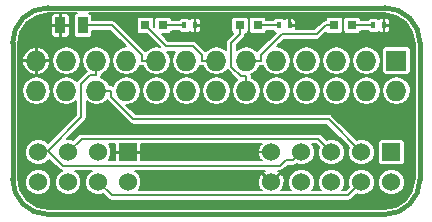
<source format=gtl>
%FSLAX34Y34*%
G04 Gerber Fmt 3.4, Leading zero omitted, Abs format*
G04 (created by PCBNEW (2014-03-19 BZR 4756)-product) date Tue 03 Jun 2014 23:20:07 BST*
%MOIN*%
G01*
G70*
G90*
G04 APERTURE LIST*
%ADD10C,0.005906*%
%ADD11C,0.015000*%
%ADD12R,0.035000X0.055000*%
%ADD13R,0.060000X0.060000*%
%ADD14C,0.060000*%
%ADD15R,0.015700X0.023600*%
%ADD16R,0.031400X0.031400*%
%ADD17R,0.068000X0.068000*%
%ADD18O,0.068000X0.068000*%
%ADD19C,0.008000*%
%ADD20C,0.007087*%
G04 APERTURE END LIST*
G54D10*
G54D11*
X56535Y-39566D02*
X67756Y-39566D01*
X55354Y-45275D02*
X55354Y-40747D01*
X56535Y-46456D02*
X67756Y-46456D01*
X68937Y-45275D02*
X68937Y-40747D01*
X55354Y-45275D02*
G75*
G03X56535Y-46456I1181J0D01*
G74*
G01*
X56535Y-39566D02*
G75*
G03X55354Y-40747I0J-1181D01*
G74*
G01*
X67756Y-46456D02*
G75*
G03X68937Y-45275I0J1181D01*
G74*
G01*
X68937Y-40747D02*
G75*
G03X67756Y-39566I-1181J0D01*
G74*
G01*
G54D12*
X57698Y-40157D03*
X56948Y-40157D03*
G54D13*
X59216Y-44381D03*
G54D14*
X59216Y-45381D03*
X58216Y-44381D03*
X58216Y-45381D03*
X57216Y-44381D03*
X57216Y-45381D03*
X56216Y-44381D03*
X56216Y-45381D03*
G54D15*
X67382Y-40157D03*
X67736Y-40157D03*
X64232Y-40157D03*
X64586Y-40157D03*
X61083Y-40157D03*
X61437Y-40157D03*
G54D16*
X66083Y-40157D03*
X66673Y-40157D03*
X62933Y-40157D03*
X63523Y-40157D03*
X59784Y-40157D03*
X60374Y-40157D03*
G54D17*
X68146Y-41330D03*
G54D18*
X68146Y-42330D03*
X67146Y-41330D03*
X67146Y-42330D03*
X66146Y-41330D03*
X66146Y-42330D03*
X65146Y-41330D03*
X65146Y-42330D03*
X64146Y-41330D03*
X64146Y-42330D03*
X63146Y-41330D03*
X63146Y-42330D03*
X62146Y-41330D03*
X62146Y-42330D03*
X61146Y-41330D03*
X61146Y-42330D03*
X60146Y-41330D03*
X60146Y-42330D03*
X59146Y-41330D03*
X59146Y-42330D03*
X58146Y-41330D03*
X58146Y-42330D03*
X57146Y-41330D03*
X57146Y-42330D03*
X56146Y-41330D03*
X56146Y-42330D03*
G54D13*
X67984Y-44381D03*
G54D14*
X67984Y-45381D03*
X66984Y-44381D03*
X66984Y-45381D03*
X65984Y-44381D03*
X65984Y-45381D03*
X64984Y-44381D03*
X64984Y-45381D03*
X63984Y-44381D03*
X63984Y-45381D03*
G54D19*
X58626Y-42529D02*
X58626Y-42330D01*
X59381Y-43284D02*
X58626Y-42529D01*
X65887Y-43284D02*
X59381Y-43284D01*
X66984Y-44381D02*
X65887Y-43284D01*
X58146Y-42330D02*
X58626Y-42330D01*
X58657Y-45821D02*
X58216Y-45381D01*
X66544Y-45821D02*
X58657Y-45821D01*
X66984Y-45381D02*
X66544Y-45821D01*
X58146Y-41330D02*
X58146Y-41810D01*
X56469Y-44381D02*
X56526Y-44324D01*
X56216Y-44381D02*
X56469Y-44381D01*
X57947Y-41810D02*
X58146Y-41810D01*
X57646Y-42111D02*
X57947Y-41810D01*
X57646Y-43204D02*
X57646Y-42111D01*
X56526Y-44324D02*
X57646Y-43204D01*
X57030Y-44828D02*
X56526Y-44324D01*
X64282Y-44828D02*
X57030Y-44828D01*
X64462Y-44648D02*
X64282Y-44828D01*
X64717Y-44648D02*
X64462Y-44648D01*
X64984Y-44381D02*
X64717Y-44648D01*
X65542Y-43938D02*
X65984Y-44381D01*
X57659Y-43938D02*
X65542Y-43938D01*
X57216Y-44381D02*
X57659Y-43938D01*
X65489Y-40454D02*
X65786Y-40157D01*
X64322Y-40454D02*
X65489Y-40454D01*
X63626Y-41150D02*
X64322Y-40454D01*
X63626Y-41330D02*
X63626Y-41150D01*
X63146Y-41330D02*
X63626Y-41330D01*
X66083Y-40157D02*
X65786Y-40157D01*
X62646Y-40741D02*
X62933Y-40454D01*
X62646Y-41530D02*
X62646Y-40741D01*
X62966Y-41850D02*
X62646Y-41530D01*
X63146Y-41850D02*
X62966Y-41850D01*
X63146Y-42330D02*
X63146Y-41850D01*
X62933Y-40157D02*
X62933Y-40454D01*
X60477Y-40850D02*
X59784Y-40157D01*
X61365Y-40850D02*
X60477Y-40850D01*
X61665Y-41150D02*
X61365Y-40850D01*
X61665Y-41330D02*
X61665Y-41150D01*
X62146Y-41330D02*
X61665Y-41330D01*
X58672Y-40157D02*
X57698Y-40157D01*
X59665Y-41150D02*
X58672Y-40157D01*
X59665Y-41330D02*
X59665Y-41150D01*
X60146Y-41330D02*
X59665Y-41330D01*
X63984Y-44381D02*
X59216Y-44381D01*
X56948Y-40157D02*
X56633Y-40157D01*
X64547Y-39859D02*
X64586Y-39898D01*
X61953Y-39859D02*
X64547Y-39859D01*
X61655Y-40157D02*
X61953Y-39859D01*
X64586Y-40157D02*
X64586Y-39924D01*
X64586Y-39924D02*
X64586Y-39898D01*
X67697Y-39859D02*
X67736Y-39898D01*
X64625Y-39859D02*
X67697Y-39859D01*
X64586Y-39898D02*
X64625Y-39859D01*
X67736Y-40157D02*
X67736Y-39898D01*
X56633Y-40363D02*
X56633Y-40157D01*
X56146Y-40850D02*
X56633Y-40363D01*
X56146Y-41330D02*
X56146Y-40850D01*
X61437Y-40157D02*
X61655Y-40157D01*
X67351Y-40415D02*
X67736Y-40415D01*
X66646Y-41120D02*
X67351Y-40415D01*
X66646Y-43238D02*
X66646Y-41120D01*
X67425Y-44018D02*
X66646Y-43238D01*
X67425Y-44580D02*
X67425Y-44018D01*
X67124Y-44881D02*
X67425Y-44580D01*
X64484Y-44881D02*
X67124Y-44881D01*
X63984Y-45381D02*
X64484Y-44881D01*
X67736Y-40157D02*
X67736Y-40415D01*
X66673Y-40157D02*
X67382Y-40157D01*
X63523Y-40157D02*
X64232Y-40157D01*
X60374Y-40157D02*
X61083Y-40157D01*
G54D10*
G36*
X63669Y-44653D02*
X59650Y-44653D01*
X59650Y-44428D01*
X59617Y-44395D01*
X59230Y-44395D01*
X59230Y-44403D01*
X59203Y-44403D01*
X59203Y-44395D01*
X58816Y-44395D01*
X58783Y-44428D01*
X58783Y-44653D01*
X58560Y-44653D01*
X58585Y-44628D01*
X58652Y-44468D01*
X58652Y-44295D01*
X58586Y-44135D01*
X58565Y-44114D01*
X58783Y-44114D01*
X58783Y-44334D01*
X58816Y-44367D01*
X59203Y-44367D01*
X59203Y-44359D01*
X59230Y-44359D01*
X59230Y-44367D01*
X59617Y-44367D01*
X59650Y-44334D01*
X59650Y-44114D01*
X63659Y-44114D01*
X63618Y-44132D01*
X63551Y-44291D01*
X63550Y-44464D01*
X63614Y-44624D01*
X63618Y-44630D01*
X63669Y-44653D01*
X63669Y-44653D01*
G37*
G54D20*
X63669Y-44653D02*
X59650Y-44653D01*
X59650Y-44428D01*
X59617Y-44395D01*
X59230Y-44395D01*
X59230Y-44403D01*
X59203Y-44403D01*
X59203Y-44395D01*
X58816Y-44395D01*
X58783Y-44428D01*
X58783Y-44653D01*
X58560Y-44653D01*
X58585Y-44628D01*
X58652Y-44468D01*
X58652Y-44295D01*
X58586Y-44135D01*
X58565Y-44114D01*
X58783Y-44114D01*
X58783Y-44334D01*
X58816Y-44367D01*
X59203Y-44367D01*
X59203Y-44359D01*
X59230Y-44359D01*
X59230Y-44367D01*
X59617Y-44367D01*
X59650Y-44334D01*
X59650Y-44114D01*
X63659Y-44114D01*
X63618Y-44132D01*
X63551Y-44291D01*
X63550Y-44464D01*
X63614Y-44624D01*
X63618Y-44630D01*
X63669Y-44653D01*
G54D10*
G36*
X64009Y-44387D02*
X63990Y-44406D01*
X63984Y-44400D01*
X63979Y-44406D01*
X63959Y-44387D01*
X63965Y-44381D01*
X63959Y-44375D01*
X63979Y-44356D01*
X63984Y-44362D01*
X63990Y-44356D01*
X64009Y-44375D01*
X64004Y-44381D01*
X64009Y-44387D01*
X64009Y-44387D01*
G37*
G54D20*
X64009Y-44387D02*
X63990Y-44406D01*
X63984Y-44400D01*
X63979Y-44406D01*
X63959Y-44387D01*
X63965Y-44381D01*
X63959Y-44375D01*
X63979Y-44356D01*
X63984Y-44362D01*
X63990Y-44356D01*
X64009Y-44375D01*
X64004Y-44381D01*
X64009Y-44387D01*
G54D10*
G36*
X68756Y-45257D02*
X68676Y-45656D01*
X68630Y-45725D01*
X68630Y-42330D01*
X68621Y-42283D01*
X68621Y-41697D01*
X68621Y-41643D01*
X68621Y-40963D01*
X68600Y-40913D01*
X68562Y-40875D01*
X68513Y-40854D01*
X68459Y-40854D01*
X67948Y-40854D01*
X67948Y-40301D01*
X67948Y-40248D01*
X67948Y-40204D01*
X67948Y-40109D01*
X67948Y-40065D01*
X67948Y-40012D01*
X67928Y-39963D01*
X67890Y-39925D01*
X67841Y-39905D01*
X67783Y-39905D01*
X67750Y-39938D01*
X67750Y-40143D01*
X67915Y-40143D01*
X67948Y-40109D01*
X67948Y-40204D01*
X67915Y-40170D01*
X67750Y-40170D01*
X67750Y-40375D01*
X67783Y-40408D01*
X67841Y-40408D01*
X67890Y-40388D01*
X67928Y-40350D01*
X67948Y-40301D01*
X67948Y-40854D01*
X67779Y-40854D01*
X67729Y-40875D01*
X67722Y-40882D01*
X67722Y-40375D01*
X67722Y-40170D01*
X67714Y-40170D01*
X67714Y-40143D01*
X67722Y-40143D01*
X67722Y-39938D01*
X67689Y-39905D01*
X67631Y-39905D01*
X67582Y-39925D01*
X67560Y-39947D01*
X67537Y-39924D01*
X67487Y-39903D01*
X67434Y-39903D01*
X67277Y-39903D01*
X67227Y-39924D01*
X67189Y-39962D01*
X67181Y-39981D01*
X66965Y-39981D01*
X66965Y-39973D01*
X66945Y-39923D01*
X66907Y-39885D01*
X66857Y-39864D01*
X66803Y-39864D01*
X66489Y-39864D01*
X66439Y-39885D01*
X66401Y-39923D01*
X66380Y-39973D01*
X66380Y-40027D01*
X66380Y-40341D01*
X66401Y-40390D01*
X66439Y-40428D01*
X66489Y-40449D01*
X66543Y-40449D01*
X66857Y-40449D01*
X66907Y-40428D01*
X66945Y-40390D01*
X66965Y-40341D01*
X66965Y-40332D01*
X67181Y-40332D01*
X67189Y-40351D01*
X67227Y-40389D01*
X67277Y-40410D01*
X67330Y-40410D01*
X67487Y-40410D01*
X67537Y-40389D01*
X67560Y-40367D01*
X67582Y-40388D01*
X67631Y-40408D01*
X67689Y-40408D01*
X67722Y-40375D01*
X67722Y-40882D01*
X67691Y-40913D01*
X67670Y-40963D01*
X67670Y-41017D01*
X67670Y-41697D01*
X67691Y-41747D01*
X67729Y-41785D01*
X67779Y-41805D01*
X67833Y-41805D01*
X68513Y-41805D01*
X68562Y-41785D01*
X68600Y-41747D01*
X68621Y-41697D01*
X68621Y-42283D01*
X68594Y-42148D01*
X68491Y-41994D01*
X68337Y-41891D01*
X68155Y-41854D01*
X68136Y-41854D01*
X67954Y-41891D01*
X67800Y-41994D01*
X67697Y-42148D01*
X67661Y-42330D01*
X67697Y-42512D01*
X67800Y-42666D01*
X67954Y-42769D01*
X68136Y-42805D01*
X68155Y-42805D01*
X68337Y-42769D01*
X68491Y-42666D01*
X68594Y-42512D01*
X68630Y-42330D01*
X68630Y-45725D01*
X68460Y-45979D01*
X68420Y-46006D01*
X68420Y-45295D01*
X68420Y-45295D01*
X68420Y-44708D01*
X68420Y-44654D01*
X68420Y-44054D01*
X68399Y-44004D01*
X68361Y-43966D01*
X68311Y-43946D01*
X68257Y-43946D01*
X67657Y-43946D01*
X67630Y-43957D01*
X67630Y-42330D01*
X67630Y-41330D01*
X67594Y-41148D01*
X67491Y-40994D01*
X67337Y-40891D01*
X67155Y-40854D01*
X67136Y-40854D01*
X66954Y-40891D01*
X66800Y-40994D01*
X66697Y-41148D01*
X66661Y-41330D01*
X66697Y-41512D01*
X66800Y-41666D01*
X66954Y-41769D01*
X67136Y-41805D01*
X67155Y-41805D01*
X67337Y-41769D01*
X67491Y-41666D01*
X67594Y-41512D01*
X67630Y-41330D01*
X67630Y-42330D01*
X67594Y-42148D01*
X67491Y-41994D01*
X67337Y-41891D01*
X67155Y-41854D01*
X67136Y-41854D01*
X66954Y-41891D01*
X66800Y-41994D01*
X66697Y-42148D01*
X66661Y-42330D01*
X66697Y-42512D01*
X66800Y-42666D01*
X66954Y-42769D01*
X67136Y-42805D01*
X67155Y-42805D01*
X67337Y-42769D01*
X67491Y-42666D01*
X67594Y-42512D01*
X67630Y-42330D01*
X67630Y-43957D01*
X67607Y-43966D01*
X67569Y-44004D01*
X67549Y-44054D01*
X67549Y-44108D01*
X67549Y-44708D01*
X67569Y-44758D01*
X67607Y-44796D01*
X67657Y-44816D01*
X67711Y-44816D01*
X68311Y-44816D01*
X68361Y-44796D01*
X68399Y-44758D01*
X68420Y-44708D01*
X68420Y-45295D01*
X68354Y-45135D01*
X68231Y-45012D01*
X68071Y-44946D01*
X67898Y-44945D01*
X67738Y-45012D01*
X67615Y-45134D01*
X67549Y-45294D01*
X67549Y-45467D01*
X67615Y-45627D01*
X67737Y-45750D01*
X67897Y-45816D01*
X68070Y-45817D01*
X68230Y-45750D01*
X68353Y-45628D01*
X68420Y-45468D01*
X68420Y-45295D01*
X68420Y-46006D01*
X68137Y-46195D01*
X67738Y-46275D01*
X67420Y-46275D01*
X67420Y-45295D01*
X67354Y-45135D01*
X67231Y-45012D01*
X67071Y-44946D01*
X66898Y-44945D01*
X66738Y-45012D01*
X66615Y-45134D01*
X66549Y-45294D01*
X66549Y-45467D01*
X66578Y-45539D01*
X66471Y-45646D01*
X66335Y-45646D01*
X66353Y-45628D01*
X66420Y-45468D01*
X66420Y-45295D01*
X66354Y-45135D01*
X66231Y-45012D01*
X66071Y-44946D01*
X65898Y-44945D01*
X65738Y-45012D01*
X65615Y-45134D01*
X65549Y-45294D01*
X65549Y-45467D01*
X65615Y-45627D01*
X65633Y-45646D01*
X65335Y-45646D01*
X65353Y-45628D01*
X65420Y-45468D01*
X65420Y-45295D01*
X65354Y-45135D01*
X65231Y-45012D01*
X65071Y-44946D01*
X64898Y-44945D01*
X64738Y-45012D01*
X64615Y-45134D01*
X64549Y-45294D01*
X64549Y-45467D01*
X64615Y-45627D01*
X64633Y-45646D01*
X64314Y-45646D01*
X64350Y-45630D01*
X64417Y-45471D01*
X64419Y-45298D01*
X64354Y-45138D01*
X64350Y-45132D01*
X64283Y-45102D01*
X64004Y-45381D01*
X64009Y-45387D01*
X63990Y-45406D01*
X63984Y-45400D01*
X63979Y-45406D01*
X63959Y-45387D01*
X63965Y-45381D01*
X63685Y-45102D01*
X63618Y-45132D01*
X63551Y-45291D01*
X63550Y-45464D01*
X63614Y-45624D01*
X63618Y-45630D01*
X63654Y-45646D01*
X59567Y-45646D01*
X59585Y-45628D01*
X59652Y-45468D01*
X59652Y-45295D01*
X59586Y-45135D01*
X59463Y-45012D01*
X59443Y-45004D01*
X63760Y-45004D01*
X63741Y-45011D01*
X63735Y-45015D01*
X63705Y-45082D01*
X63984Y-45362D01*
X64263Y-45082D01*
X64233Y-45015D01*
X64206Y-45004D01*
X64282Y-45004D01*
X64349Y-44990D01*
X64406Y-44952D01*
X64535Y-44824D01*
X64717Y-44824D01*
X64784Y-44810D01*
X64822Y-44785D01*
X64897Y-44816D01*
X65070Y-44817D01*
X65230Y-44750D01*
X65353Y-44628D01*
X65420Y-44468D01*
X65420Y-44295D01*
X65354Y-44135D01*
X65333Y-44114D01*
X65469Y-44114D01*
X65578Y-44223D01*
X65549Y-44294D01*
X65549Y-44467D01*
X65615Y-44627D01*
X65737Y-44750D01*
X65897Y-44816D01*
X66070Y-44817D01*
X66230Y-44750D01*
X66353Y-44628D01*
X66420Y-44468D01*
X66420Y-44295D01*
X66354Y-44135D01*
X66231Y-44012D01*
X66071Y-43946D01*
X65898Y-43945D01*
X65826Y-43975D01*
X65666Y-43814D01*
X65609Y-43776D01*
X65542Y-43763D01*
X57659Y-43763D01*
X57592Y-43776D01*
X57535Y-43814D01*
X57374Y-43975D01*
X57303Y-43946D01*
X57153Y-43946D01*
X57770Y-43328D01*
X57808Y-43272D01*
X57821Y-43204D01*
X57821Y-42680D01*
X57954Y-42769D01*
X58136Y-42805D01*
X58155Y-42805D01*
X58337Y-42769D01*
X58491Y-42666D01*
X58501Y-42651D01*
X58502Y-42653D01*
X59257Y-43408D01*
X59257Y-43408D01*
X59257Y-43408D01*
X59314Y-43446D01*
X59314Y-43446D01*
X59325Y-43448D01*
X59381Y-43460D01*
X59381Y-43460D01*
X59381Y-43460D01*
X65815Y-43460D01*
X66578Y-44223D01*
X66549Y-44294D01*
X66549Y-44467D01*
X66615Y-44627D01*
X66737Y-44750D01*
X66897Y-44816D01*
X67070Y-44817D01*
X67230Y-44750D01*
X67353Y-44628D01*
X67420Y-44468D01*
X67420Y-44295D01*
X67354Y-44135D01*
X67231Y-44012D01*
X67071Y-43946D01*
X66898Y-43945D01*
X66826Y-43975D01*
X66630Y-43779D01*
X66630Y-42330D01*
X66630Y-41330D01*
X66594Y-41148D01*
X66491Y-40994D01*
X66337Y-40891D01*
X66155Y-40854D01*
X66136Y-40854D01*
X65954Y-40891D01*
X65800Y-40994D01*
X65697Y-41148D01*
X65661Y-41330D01*
X65697Y-41512D01*
X65800Y-41666D01*
X65954Y-41769D01*
X66136Y-41805D01*
X66155Y-41805D01*
X66337Y-41769D01*
X66491Y-41666D01*
X66594Y-41512D01*
X66630Y-41330D01*
X66630Y-42330D01*
X66594Y-42148D01*
X66491Y-41994D01*
X66337Y-41891D01*
X66155Y-41854D01*
X66136Y-41854D01*
X65954Y-41891D01*
X65800Y-41994D01*
X65697Y-42148D01*
X65661Y-42330D01*
X65697Y-42512D01*
X65800Y-42666D01*
X65954Y-42769D01*
X66136Y-42805D01*
X66155Y-42805D01*
X66337Y-42769D01*
X66491Y-42666D01*
X66594Y-42512D01*
X66630Y-42330D01*
X66630Y-43779D01*
X66011Y-43160D01*
X65954Y-43122D01*
X65887Y-43109D01*
X65630Y-43109D01*
X65630Y-42330D01*
X65630Y-41330D01*
X65594Y-41148D01*
X65491Y-40994D01*
X65337Y-40891D01*
X65155Y-40854D01*
X65136Y-40854D01*
X64954Y-40891D01*
X64800Y-40994D01*
X64697Y-41148D01*
X64661Y-41330D01*
X64697Y-41512D01*
X64800Y-41666D01*
X64954Y-41769D01*
X65136Y-41805D01*
X65155Y-41805D01*
X65337Y-41769D01*
X65491Y-41666D01*
X65594Y-41512D01*
X65630Y-41330D01*
X65630Y-42330D01*
X65594Y-42148D01*
X65491Y-41994D01*
X65337Y-41891D01*
X65155Y-41854D01*
X65136Y-41854D01*
X64954Y-41891D01*
X64800Y-41994D01*
X64697Y-42148D01*
X64661Y-42330D01*
X64697Y-42512D01*
X64800Y-42666D01*
X64954Y-42769D01*
X65136Y-42805D01*
X65155Y-42805D01*
X65337Y-42769D01*
X65491Y-42666D01*
X65594Y-42512D01*
X65630Y-42330D01*
X65630Y-43109D01*
X64630Y-43109D01*
X64630Y-42330D01*
X64594Y-42148D01*
X64491Y-41994D01*
X64337Y-41891D01*
X64155Y-41854D01*
X64136Y-41854D01*
X63954Y-41891D01*
X63800Y-41994D01*
X63697Y-42148D01*
X63661Y-42330D01*
X63697Y-42512D01*
X63800Y-42666D01*
X63954Y-42769D01*
X64136Y-42805D01*
X64155Y-42805D01*
X64337Y-42769D01*
X64491Y-42666D01*
X64594Y-42512D01*
X64630Y-42330D01*
X64630Y-43109D01*
X62630Y-43109D01*
X62630Y-42330D01*
X62594Y-42148D01*
X62491Y-41994D01*
X62337Y-41891D01*
X62155Y-41854D01*
X62136Y-41854D01*
X61954Y-41891D01*
X61800Y-41994D01*
X61697Y-42148D01*
X61661Y-42330D01*
X61697Y-42512D01*
X61800Y-42666D01*
X61954Y-42769D01*
X62136Y-42805D01*
X62155Y-42805D01*
X62337Y-42769D01*
X62491Y-42666D01*
X62594Y-42512D01*
X62630Y-42330D01*
X62630Y-43109D01*
X61630Y-43109D01*
X61630Y-42330D01*
X61594Y-42148D01*
X61491Y-41994D01*
X61337Y-41891D01*
X61155Y-41854D01*
X61136Y-41854D01*
X60954Y-41891D01*
X60800Y-41994D01*
X60697Y-42148D01*
X60661Y-42330D01*
X60697Y-42512D01*
X60800Y-42666D01*
X60954Y-42769D01*
X61136Y-42805D01*
X61155Y-42805D01*
X61337Y-42769D01*
X61491Y-42666D01*
X61594Y-42512D01*
X61630Y-42330D01*
X61630Y-43109D01*
X60630Y-43109D01*
X60630Y-42330D01*
X60594Y-42148D01*
X60491Y-41994D01*
X60337Y-41891D01*
X60155Y-41854D01*
X60136Y-41854D01*
X59954Y-41891D01*
X59800Y-41994D01*
X59697Y-42148D01*
X59661Y-42330D01*
X59697Y-42512D01*
X59800Y-42666D01*
X59954Y-42769D01*
X60136Y-42805D01*
X60155Y-42805D01*
X60337Y-42769D01*
X60491Y-42666D01*
X60594Y-42512D01*
X60630Y-42330D01*
X60630Y-43109D01*
X59454Y-43109D01*
X59150Y-42805D01*
X59155Y-42805D01*
X59337Y-42769D01*
X59491Y-42666D01*
X59594Y-42512D01*
X59630Y-42330D01*
X59594Y-42148D01*
X59491Y-41994D01*
X59337Y-41891D01*
X59155Y-41854D01*
X59136Y-41854D01*
X58954Y-41891D01*
X58800Y-41994D01*
X58697Y-42148D01*
X58693Y-42168D01*
X58693Y-42168D01*
X58626Y-42154D01*
X58595Y-42154D01*
X58594Y-42148D01*
X58491Y-41994D01*
X58337Y-41891D01*
X58303Y-41884D01*
X58308Y-41877D01*
X58321Y-41810D01*
X58321Y-41772D01*
X58337Y-41769D01*
X58491Y-41666D01*
X58594Y-41512D01*
X58630Y-41330D01*
X58594Y-41148D01*
X58491Y-40994D01*
X58337Y-40891D01*
X58155Y-40854D01*
X58136Y-40854D01*
X57954Y-40891D01*
X57800Y-40994D01*
X57697Y-41148D01*
X57661Y-41330D01*
X57697Y-41512D01*
X57800Y-41666D01*
X57826Y-41683D01*
X57823Y-41686D01*
X57630Y-41878D01*
X57630Y-41330D01*
X57594Y-41148D01*
X57491Y-40994D01*
X57337Y-40891D01*
X57257Y-40875D01*
X57257Y-40458D01*
X57257Y-40405D01*
X57257Y-40204D01*
X57257Y-40109D01*
X57257Y-39908D01*
X57257Y-39855D01*
X57236Y-39806D01*
X57199Y-39768D01*
X57149Y-39748D01*
X56995Y-39748D01*
X56962Y-39781D01*
X56962Y-40143D01*
X57223Y-40143D01*
X57257Y-40109D01*
X57257Y-40204D01*
X57223Y-40170D01*
X56962Y-40170D01*
X56962Y-40532D01*
X56995Y-40565D01*
X57149Y-40565D01*
X57199Y-40545D01*
X57236Y-40507D01*
X57257Y-40458D01*
X57257Y-40875D01*
X57155Y-40854D01*
X57136Y-40854D01*
X56954Y-40891D01*
X56934Y-40904D01*
X56934Y-40532D01*
X56934Y-40170D01*
X56934Y-40143D01*
X56934Y-39781D01*
X56900Y-39748D01*
X56746Y-39748D01*
X56697Y-39768D01*
X56659Y-39806D01*
X56639Y-39855D01*
X56639Y-39908D01*
X56639Y-40109D01*
X56672Y-40143D01*
X56934Y-40143D01*
X56934Y-40170D01*
X56672Y-40170D01*
X56639Y-40204D01*
X56639Y-40405D01*
X56639Y-40458D01*
X56659Y-40507D01*
X56697Y-40545D01*
X56746Y-40565D01*
X56900Y-40565D01*
X56934Y-40532D01*
X56934Y-40904D01*
X56800Y-40994D01*
X56697Y-41148D01*
X56661Y-41330D01*
X56697Y-41512D01*
X56800Y-41666D01*
X56954Y-41769D01*
X57136Y-41805D01*
X57155Y-41805D01*
X57337Y-41769D01*
X57491Y-41666D01*
X57594Y-41512D01*
X57630Y-41330D01*
X57630Y-41878D01*
X57522Y-41987D01*
X57504Y-42013D01*
X57491Y-41994D01*
X57337Y-41891D01*
X57155Y-41854D01*
X57136Y-41854D01*
X56954Y-41891D01*
X56800Y-41994D01*
X56697Y-42148D01*
X56661Y-42330D01*
X56697Y-42512D01*
X56800Y-42666D01*
X56954Y-42769D01*
X57136Y-42805D01*
X57155Y-42805D01*
X57337Y-42769D01*
X57470Y-42680D01*
X57470Y-43132D01*
X56630Y-43972D01*
X56630Y-42330D01*
X56611Y-42234D01*
X56611Y-41418D01*
X56611Y-41242D01*
X56609Y-41233D01*
X56537Y-41063D01*
X56405Y-40933D01*
X56233Y-40864D01*
X56159Y-40890D01*
X56159Y-41316D01*
X56586Y-41316D01*
X56611Y-41242D01*
X56611Y-41418D01*
X56586Y-41344D01*
X56159Y-41344D01*
X56159Y-41770D01*
X56233Y-41795D01*
X56405Y-41726D01*
X56537Y-41597D01*
X56609Y-41427D01*
X56611Y-41418D01*
X56611Y-42234D01*
X56594Y-42148D01*
X56491Y-41994D01*
X56337Y-41891D01*
X56155Y-41854D01*
X56136Y-41854D01*
X56132Y-41855D01*
X56132Y-41770D01*
X56132Y-41344D01*
X56132Y-41316D01*
X56132Y-40890D01*
X56058Y-40864D01*
X55886Y-40933D01*
X55754Y-41063D01*
X55682Y-41233D01*
X55680Y-41242D01*
X55705Y-41316D01*
X56132Y-41316D01*
X56132Y-41344D01*
X55705Y-41344D01*
X55680Y-41418D01*
X55682Y-41427D01*
X55754Y-41597D01*
X55886Y-41726D01*
X56058Y-41795D01*
X56132Y-41770D01*
X56132Y-41855D01*
X55954Y-41891D01*
X55800Y-41994D01*
X55697Y-42148D01*
X55661Y-42330D01*
X55697Y-42512D01*
X55800Y-42666D01*
X55954Y-42769D01*
X56136Y-42805D01*
X56155Y-42805D01*
X56337Y-42769D01*
X56491Y-42666D01*
X56594Y-42512D01*
X56630Y-42330D01*
X56630Y-43972D01*
X56527Y-44075D01*
X56463Y-44012D01*
X56303Y-43946D01*
X56130Y-43945D01*
X55970Y-44012D01*
X55848Y-44134D01*
X55781Y-44294D01*
X55781Y-44467D01*
X55847Y-44627D01*
X55969Y-44750D01*
X56129Y-44816D01*
X56303Y-44817D01*
X56463Y-44750D01*
X56584Y-44630D01*
X56906Y-44952D01*
X56906Y-44952D01*
X56906Y-44952D01*
X56939Y-44974D01*
X56963Y-44990D01*
X56963Y-44990D01*
X56963Y-44990D01*
X56998Y-44997D01*
X57003Y-44998D01*
X56970Y-45012D01*
X56848Y-45134D01*
X56781Y-45294D01*
X56781Y-45467D01*
X56847Y-45627D01*
X56969Y-45750D01*
X57129Y-45816D01*
X57303Y-45817D01*
X57463Y-45750D01*
X57585Y-45628D01*
X57652Y-45468D01*
X57652Y-45295D01*
X57586Y-45135D01*
X57463Y-45012D01*
X57443Y-45004D01*
X57989Y-45004D01*
X57970Y-45012D01*
X57848Y-45134D01*
X57781Y-45294D01*
X57781Y-45467D01*
X57847Y-45627D01*
X57969Y-45750D01*
X58129Y-45816D01*
X58303Y-45817D01*
X58374Y-45787D01*
X58533Y-45945D01*
X58590Y-45984D01*
X58657Y-45997D01*
X58657Y-45997D01*
X58657Y-45997D01*
X66544Y-45997D01*
X66611Y-45984D01*
X66668Y-45945D01*
X66826Y-45787D01*
X66897Y-45816D01*
X67070Y-45817D01*
X67230Y-45750D01*
X67353Y-45628D01*
X67420Y-45468D01*
X67420Y-45295D01*
X67420Y-46275D01*
X56652Y-46275D01*
X56652Y-45295D01*
X56586Y-45135D01*
X56463Y-45012D01*
X56303Y-44946D01*
X56130Y-44945D01*
X55970Y-45012D01*
X55848Y-45134D01*
X55781Y-45294D01*
X55781Y-45467D01*
X55847Y-45627D01*
X55969Y-45750D01*
X56129Y-45816D01*
X56303Y-45817D01*
X56463Y-45750D01*
X56585Y-45628D01*
X56652Y-45468D01*
X56652Y-45295D01*
X56652Y-46275D01*
X56553Y-46275D01*
X56154Y-46195D01*
X55831Y-45979D01*
X55615Y-45656D01*
X55536Y-45257D01*
X55536Y-40765D01*
X55615Y-40366D01*
X55831Y-40043D01*
X56154Y-39827D01*
X56553Y-39747D01*
X57493Y-39747D01*
X57446Y-39767D01*
X57408Y-39805D01*
X57387Y-39855D01*
X57387Y-39909D01*
X57387Y-40459D01*
X57408Y-40508D01*
X57446Y-40546D01*
X57496Y-40567D01*
X57550Y-40567D01*
X57900Y-40567D01*
X57949Y-40546D01*
X57988Y-40508D01*
X58008Y-40459D01*
X58008Y-40405D01*
X58008Y-40332D01*
X58600Y-40332D01*
X59124Y-40857D01*
X58954Y-40891D01*
X58800Y-40994D01*
X58697Y-41148D01*
X58661Y-41330D01*
X58697Y-41512D01*
X58800Y-41666D01*
X58954Y-41769D01*
X59136Y-41805D01*
X59155Y-41805D01*
X59337Y-41769D01*
X59491Y-41666D01*
X59594Y-41512D01*
X59598Y-41492D01*
X59598Y-41492D01*
X59665Y-41505D01*
X59696Y-41505D01*
X59697Y-41512D01*
X59800Y-41666D01*
X59954Y-41769D01*
X60136Y-41805D01*
X60155Y-41805D01*
X60337Y-41769D01*
X60491Y-41666D01*
X60594Y-41512D01*
X60630Y-41330D01*
X60594Y-41148D01*
X60512Y-41025D01*
X60779Y-41025D01*
X60697Y-41148D01*
X60661Y-41330D01*
X60697Y-41512D01*
X60800Y-41666D01*
X60954Y-41769D01*
X61136Y-41805D01*
X61155Y-41805D01*
X61337Y-41769D01*
X61491Y-41666D01*
X61594Y-41512D01*
X61598Y-41492D01*
X61598Y-41492D01*
X61665Y-41505D01*
X61696Y-41505D01*
X61697Y-41512D01*
X61800Y-41666D01*
X61954Y-41769D01*
X62136Y-41805D01*
X62155Y-41805D01*
X62337Y-41769D01*
X62491Y-41666D01*
X62510Y-41637D01*
X62522Y-41654D01*
X62837Y-41969D01*
X62800Y-41994D01*
X62697Y-42148D01*
X62661Y-42330D01*
X62697Y-42512D01*
X62800Y-42666D01*
X62954Y-42769D01*
X63136Y-42805D01*
X63155Y-42805D01*
X63337Y-42769D01*
X63491Y-42666D01*
X63594Y-42512D01*
X63630Y-42330D01*
X63594Y-42148D01*
X63491Y-41994D01*
X63337Y-41891D01*
X63321Y-41887D01*
X63321Y-41850D01*
X63308Y-41783D01*
X63303Y-41776D01*
X63337Y-41769D01*
X63491Y-41666D01*
X63594Y-41512D01*
X63595Y-41505D01*
X63626Y-41505D01*
X63693Y-41492D01*
X63693Y-41492D01*
X63697Y-41512D01*
X63800Y-41666D01*
X63954Y-41769D01*
X64136Y-41805D01*
X64155Y-41805D01*
X64337Y-41769D01*
X64491Y-41666D01*
X64594Y-41512D01*
X64630Y-41330D01*
X64594Y-41148D01*
X64491Y-40994D01*
X64337Y-40891D01*
X64167Y-40857D01*
X64394Y-40629D01*
X65489Y-40629D01*
X65556Y-40616D01*
X65613Y-40578D01*
X65808Y-40383D01*
X65811Y-40390D01*
X65849Y-40428D01*
X65899Y-40449D01*
X65953Y-40449D01*
X66267Y-40449D01*
X66317Y-40428D01*
X66355Y-40390D01*
X66375Y-40341D01*
X66375Y-40287D01*
X66375Y-39973D01*
X66355Y-39923D01*
X66317Y-39885D01*
X66267Y-39864D01*
X66213Y-39864D01*
X65899Y-39864D01*
X65849Y-39885D01*
X65811Y-39923D01*
X65790Y-39973D01*
X65790Y-39981D01*
X65786Y-39981D01*
X65719Y-39995D01*
X65662Y-40033D01*
X65416Y-40278D01*
X64799Y-40278D01*
X64799Y-40248D01*
X64799Y-40204D01*
X64799Y-40109D01*
X64799Y-40065D01*
X64799Y-40012D01*
X64778Y-39963D01*
X64741Y-39925D01*
X64691Y-39905D01*
X64634Y-39905D01*
X64600Y-39938D01*
X64600Y-40143D01*
X64765Y-40143D01*
X64799Y-40109D01*
X64799Y-40204D01*
X64765Y-40170D01*
X64600Y-40170D01*
X64600Y-40178D01*
X64573Y-40178D01*
X64573Y-40170D01*
X64565Y-40170D01*
X64565Y-40143D01*
X64573Y-40143D01*
X64573Y-39938D01*
X64539Y-39905D01*
X64481Y-39905D01*
X64432Y-39925D01*
X64410Y-39947D01*
X64388Y-39924D01*
X64338Y-39903D01*
X64284Y-39903D01*
X64127Y-39903D01*
X64077Y-39924D01*
X64039Y-39962D01*
X64031Y-39981D01*
X63816Y-39981D01*
X63816Y-39973D01*
X63795Y-39923D01*
X63757Y-39885D01*
X63707Y-39864D01*
X63653Y-39864D01*
X63339Y-39864D01*
X63290Y-39885D01*
X63251Y-39923D01*
X63231Y-39973D01*
X63231Y-40027D01*
X63231Y-40341D01*
X63251Y-40390D01*
X63290Y-40428D01*
X63339Y-40449D01*
X63393Y-40449D01*
X63707Y-40449D01*
X63757Y-40428D01*
X63795Y-40390D01*
X63816Y-40341D01*
X63816Y-40332D01*
X64031Y-40332D01*
X64039Y-40351D01*
X64077Y-40389D01*
X64120Y-40407D01*
X63508Y-41019D01*
X63491Y-40994D01*
X63337Y-40891D01*
X63155Y-40854D01*
X63136Y-40854D01*
X62954Y-40891D01*
X62821Y-40980D01*
X62821Y-40814D01*
X63057Y-40578D01*
X63095Y-40521D01*
X63109Y-40454D01*
X63109Y-40449D01*
X63117Y-40449D01*
X63167Y-40428D01*
X63205Y-40390D01*
X63226Y-40341D01*
X63226Y-40287D01*
X63226Y-39973D01*
X63205Y-39923D01*
X63167Y-39885D01*
X63117Y-39864D01*
X63063Y-39864D01*
X62749Y-39864D01*
X62700Y-39885D01*
X62661Y-39923D01*
X62641Y-39973D01*
X62641Y-40027D01*
X62641Y-40341D01*
X62661Y-40390D01*
X62700Y-40428D01*
X62707Y-40432D01*
X62522Y-40617D01*
X62483Y-40674D01*
X62470Y-40741D01*
X62470Y-40980D01*
X62337Y-40891D01*
X62155Y-40854D01*
X62136Y-40854D01*
X61954Y-40891D01*
X61800Y-40994D01*
X61783Y-41019D01*
X61649Y-40885D01*
X61649Y-40301D01*
X61649Y-40248D01*
X61649Y-40204D01*
X61649Y-40109D01*
X61649Y-40065D01*
X61649Y-40012D01*
X61629Y-39963D01*
X61591Y-39925D01*
X61542Y-39905D01*
X61484Y-39905D01*
X61451Y-39938D01*
X61451Y-40143D01*
X61616Y-40143D01*
X61649Y-40109D01*
X61649Y-40204D01*
X61616Y-40170D01*
X61451Y-40170D01*
X61451Y-40375D01*
X61484Y-40408D01*
X61542Y-40408D01*
X61591Y-40388D01*
X61629Y-40350D01*
X61649Y-40301D01*
X61649Y-40885D01*
X61489Y-40726D01*
X61433Y-40688D01*
X61365Y-40674D01*
X60549Y-40674D01*
X60324Y-40449D01*
X60558Y-40449D01*
X60607Y-40428D01*
X60645Y-40390D01*
X60666Y-40341D01*
X60666Y-40332D01*
X60881Y-40332D01*
X60889Y-40351D01*
X60928Y-40389D01*
X60977Y-40410D01*
X61031Y-40410D01*
X61188Y-40410D01*
X61238Y-40389D01*
X61261Y-40367D01*
X61282Y-40388D01*
X61332Y-40408D01*
X61389Y-40408D01*
X61423Y-40375D01*
X61423Y-40170D01*
X61415Y-40170D01*
X61415Y-40143D01*
X61423Y-40143D01*
X61423Y-39938D01*
X61389Y-39905D01*
X61332Y-39905D01*
X61282Y-39925D01*
X61261Y-39947D01*
X61238Y-39924D01*
X61188Y-39903D01*
X61134Y-39903D01*
X60977Y-39903D01*
X60928Y-39924D01*
X60889Y-39962D01*
X60881Y-39981D01*
X60666Y-39981D01*
X60666Y-39973D01*
X60645Y-39923D01*
X60607Y-39885D01*
X60558Y-39864D01*
X60504Y-39864D01*
X60190Y-39864D01*
X60140Y-39885D01*
X60102Y-39923D01*
X60081Y-39973D01*
X60081Y-40027D01*
X60081Y-40206D01*
X60076Y-40201D01*
X60076Y-39973D01*
X60055Y-39923D01*
X60017Y-39885D01*
X59968Y-39864D01*
X59914Y-39864D01*
X59600Y-39864D01*
X59550Y-39885D01*
X59512Y-39923D01*
X59491Y-39973D01*
X59491Y-40027D01*
X59491Y-40341D01*
X59512Y-40390D01*
X59550Y-40428D01*
X59600Y-40449D01*
X59654Y-40449D01*
X59828Y-40449D01*
X60253Y-40874D01*
X60155Y-40854D01*
X60136Y-40854D01*
X59954Y-40891D01*
X59800Y-40994D01*
X59783Y-41019D01*
X58796Y-40033D01*
X58739Y-39995D01*
X58672Y-39981D01*
X58008Y-39981D01*
X58008Y-39855D01*
X57988Y-39805D01*
X57949Y-39767D01*
X57903Y-39747D01*
X67738Y-39747D01*
X68137Y-39827D01*
X68460Y-40043D01*
X68676Y-40366D01*
X68756Y-40765D01*
X68756Y-45257D01*
X68756Y-45257D01*
G37*
G54D20*
X68756Y-45257D02*
X68676Y-45656D01*
X68630Y-45725D01*
X68630Y-42330D01*
X68621Y-42283D01*
X68621Y-41697D01*
X68621Y-41643D01*
X68621Y-40963D01*
X68600Y-40913D01*
X68562Y-40875D01*
X68513Y-40854D01*
X68459Y-40854D01*
X67948Y-40854D01*
X67948Y-40301D01*
X67948Y-40248D01*
X67948Y-40204D01*
X67948Y-40109D01*
X67948Y-40065D01*
X67948Y-40012D01*
X67928Y-39963D01*
X67890Y-39925D01*
X67841Y-39905D01*
X67783Y-39905D01*
X67750Y-39938D01*
X67750Y-40143D01*
X67915Y-40143D01*
X67948Y-40109D01*
X67948Y-40204D01*
X67915Y-40170D01*
X67750Y-40170D01*
X67750Y-40375D01*
X67783Y-40408D01*
X67841Y-40408D01*
X67890Y-40388D01*
X67928Y-40350D01*
X67948Y-40301D01*
X67948Y-40854D01*
X67779Y-40854D01*
X67729Y-40875D01*
X67722Y-40882D01*
X67722Y-40375D01*
X67722Y-40170D01*
X67714Y-40170D01*
X67714Y-40143D01*
X67722Y-40143D01*
X67722Y-39938D01*
X67689Y-39905D01*
X67631Y-39905D01*
X67582Y-39925D01*
X67560Y-39947D01*
X67537Y-39924D01*
X67487Y-39903D01*
X67434Y-39903D01*
X67277Y-39903D01*
X67227Y-39924D01*
X67189Y-39962D01*
X67181Y-39981D01*
X66965Y-39981D01*
X66965Y-39973D01*
X66945Y-39923D01*
X66907Y-39885D01*
X66857Y-39864D01*
X66803Y-39864D01*
X66489Y-39864D01*
X66439Y-39885D01*
X66401Y-39923D01*
X66380Y-39973D01*
X66380Y-40027D01*
X66380Y-40341D01*
X66401Y-40390D01*
X66439Y-40428D01*
X66489Y-40449D01*
X66543Y-40449D01*
X66857Y-40449D01*
X66907Y-40428D01*
X66945Y-40390D01*
X66965Y-40341D01*
X66965Y-40332D01*
X67181Y-40332D01*
X67189Y-40351D01*
X67227Y-40389D01*
X67277Y-40410D01*
X67330Y-40410D01*
X67487Y-40410D01*
X67537Y-40389D01*
X67560Y-40367D01*
X67582Y-40388D01*
X67631Y-40408D01*
X67689Y-40408D01*
X67722Y-40375D01*
X67722Y-40882D01*
X67691Y-40913D01*
X67670Y-40963D01*
X67670Y-41017D01*
X67670Y-41697D01*
X67691Y-41747D01*
X67729Y-41785D01*
X67779Y-41805D01*
X67833Y-41805D01*
X68513Y-41805D01*
X68562Y-41785D01*
X68600Y-41747D01*
X68621Y-41697D01*
X68621Y-42283D01*
X68594Y-42148D01*
X68491Y-41994D01*
X68337Y-41891D01*
X68155Y-41854D01*
X68136Y-41854D01*
X67954Y-41891D01*
X67800Y-41994D01*
X67697Y-42148D01*
X67661Y-42330D01*
X67697Y-42512D01*
X67800Y-42666D01*
X67954Y-42769D01*
X68136Y-42805D01*
X68155Y-42805D01*
X68337Y-42769D01*
X68491Y-42666D01*
X68594Y-42512D01*
X68630Y-42330D01*
X68630Y-45725D01*
X68460Y-45979D01*
X68420Y-46006D01*
X68420Y-45295D01*
X68420Y-45295D01*
X68420Y-44708D01*
X68420Y-44654D01*
X68420Y-44054D01*
X68399Y-44004D01*
X68361Y-43966D01*
X68311Y-43946D01*
X68257Y-43946D01*
X67657Y-43946D01*
X67630Y-43957D01*
X67630Y-42330D01*
X67630Y-41330D01*
X67594Y-41148D01*
X67491Y-40994D01*
X67337Y-40891D01*
X67155Y-40854D01*
X67136Y-40854D01*
X66954Y-40891D01*
X66800Y-40994D01*
X66697Y-41148D01*
X66661Y-41330D01*
X66697Y-41512D01*
X66800Y-41666D01*
X66954Y-41769D01*
X67136Y-41805D01*
X67155Y-41805D01*
X67337Y-41769D01*
X67491Y-41666D01*
X67594Y-41512D01*
X67630Y-41330D01*
X67630Y-42330D01*
X67594Y-42148D01*
X67491Y-41994D01*
X67337Y-41891D01*
X67155Y-41854D01*
X67136Y-41854D01*
X66954Y-41891D01*
X66800Y-41994D01*
X66697Y-42148D01*
X66661Y-42330D01*
X66697Y-42512D01*
X66800Y-42666D01*
X66954Y-42769D01*
X67136Y-42805D01*
X67155Y-42805D01*
X67337Y-42769D01*
X67491Y-42666D01*
X67594Y-42512D01*
X67630Y-42330D01*
X67630Y-43957D01*
X67607Y-43966D01*
X67569Y-44004D01*
X67549Y-44054D01*
X67549Y-44108D01*
X67549Y-44708D01*
X67569Y-44758D01*
X67607Y-44796D01*
X67657Y-44816D01*
X67711Y-44816D01*
X68311Y-44816D01*
X68361Y-44796D01*
X68399Y-44758D01*
X68420Y-44708D01*
X68420Y-45295D01*
X68354Y-45135D01*
X68231Y-45012D01*
X68071Y-44946D01*
X67898Y-44945D01*
X67738Y-45012D01*
X67615Y-45134D01*
X67549Y-45294D01*
X67549Y-45467D01*
X67615Y-45627D01*
X67737Y-45750D01*
X67897Y-45816D01*
X68070Y-45817D01*
X68230Y-45750D01*
X68353Y-45628D01*
X68420Y-45468D01*
X68420Y-45295D01*
X68420Y-46006D01*
X68137Y-46195D01*
X67738Y-46275D01*
X67420Y-46275D01*
X67420Y-45295D01*
X67354Y-45135D01*
X67231Y-45012D01*
X67071Y-44946D01*
X66898Y-44945D01*
X66738Y-45012D01*
X66615Y-45134D01*
X66549Y-45294D01*
X66549Y-45467D01*
X66578Y-45539D01*
X66471Y-45646D01*
X66335Y-45646D01*
X66353Y-45628D01*
X66420Y-45468D01*
X66420Y-45295D01*
X66354Y-45135D01*
X66231Y-45012D01*
X66071Y-44946D01*
X65898Y-44945D01*
X65738Y-45012D01*
X65615Y-45134D01*
X65549Y-45294D01*
X65549Y-45467D01*
X65615Y-45627D01*
X65633Y-45646D01*
X65335Y-45646D01*
X65353Y-45628D01*
X65420Y-45468D01*
X65420Y-45295D01*
X65354Y-45135D01*
X65231Y-45012D01*
X65071Y-44946D01*
X64898Y-44945D01*
X64738Y-45012D01*
X64615Y-45134D01*
X64549Y-45294D01*
X64549Y-45467D01*
X64615Y-45627D01*
X64633Y-45646D01*
X64314Y-45646D01*
X64350Y-45630D01*
X64417Y-45471D01*
X64419Y-45298D01*
X64354Y-45138D01*
X64350Y-45132D01*
X64283Y-45102D01*
X64004Y-45381D01*
X64009Y-45387D01*
X63990Y-45406D01*
X63984Y-45400D01*
X63979Y-45406D01*
X63959Y-45387D01*
X63965Y-45381D01*
X63685Y-45102D01*
X63618Y-45132D01*
X63551Y-45291D01*
X63550Y-45464D01*
X63614Y-45624D01*
X63618Y-45630D01*
X63654Y-45646D01*
X59567Y-45646D01*
X59585Y-45628D01*
X59652Y-45468D01*
X59652Y-45295D01*
X59586Y-45135D01*
X59463Y-45012D01*
X59443Y-45004D01*
X63760Y-45004D01*
X63741Y-45011D01*
X63735Y-45015D01*
X63705Y-45082D01*
X63984Y-45362D01*
X64263Y-45082D01*
X64233Y-45015D01*
X64206Y-45004D01*
X64282Y-45004D01*
X64349Y-44990D01*
X64406Y-44952D01*
X64535Y-44824D01*
X64717Y-44824D01*
X64784Y-44810D01*
X64822Y-44785D01*
X64897Y-44816D01*
X65070Y-44817D01*
X65230Y-44750D01*
X65353Y-44628D01*
X65420Y-44468D01*
X65420Y-44295D01*
X65354Y-44135D01*
X65333Y-44114D01*
X65469Y-44114D01*
X65578Y-44223D01*
X65549Y-44294D01*
X65549Y-44467D01*
X65615Y-44627D01*
X65737Y-44750D01*
X65897Y-44816D01*
X66070Y-44817D01*
X66230Y-44750D01*
X66353Y-44628D01*
X66420Y-44468D01*
X66420Y-44295D01*
X66354Y-44135D01*
X66231Y-44012D01*
X66071Y-43946D01*
X65898Y-43945D01*
X65826Y-43975D01*
X65666Y-43814D01*
X65609Y-43776D01*
X65542Y-43763D01*
X57659Y-43763D01*
X57592Y-43776D01*
X57535Y-43814D01*
X57374Y-43975D01*
X57303Y-43946D01*
X57153Y-43946D01*
X57770Y-43328D01*
X57808Y-43272D01*
X57821Y-43204D01*
X57821Y-42680D01*
X57954Y-42769D01*
X58136Y-42805D01*
X58155Y-42805D01*
X58337Y-42769D01*
X58491Y-42666D01*
X58501Y-42651D01*
X58502Y-42653D01*
X59257Y-43408D01*
X59257Y-43408D01*
X59257Y-43408D01*
X59314Y-43446D01*
X59314Y-43446D01*
X59325Y-43448D01*
X59381Y-43460D01*
X59381Y-43460D01*
X59381Y-43460D01*
X65815Y-43460D01*
X66578Y-44223D01*
X66549Y-44294D01*
X66549Y-44467D01*
X66615Y-44627D01*
X66737Y-44750D01*
X66897Y-44816D01*
X67070Y-44817D01*
X67230Y-44750D01*
X67353Y-44628D01*
X67420Y-44468D01*
X67420Y-44295D01*
X67354Y-44135D01*
X67231Y-44012D01*
X67071Y-43946D01*
X66898Y-43945D01*
X66826Y-43975D01*
X66630Y-43779D01*
X66630Y-42330D01*
X66630Y-41330D01*
X66594Y-41148D01*
X66491Y-40994D01*
X66337Y-40891D01*
X66155Y-40854D01*
X66136Y-40854D01*
X65954Y-40891D01*
X65800Y-40994D01*
X65697Y-41148D01*
X65661Y-41330D01*
X65697Y-41512D01*
X65800Y-41666D01*
X65954Y-41769D01*
X66136Y-41805D01*
X66155Y-41805D01*
X66337Y-41769D01*
X66491Y-41666D01*
X66594Y-41512D01*
X66630Y-41330D01*
X66630Y-42330D01*
X66594Y-42148D01*
X66491Y-41994D01*
X66337Y-41891D01*
X66155Y-41854D01*
X66136Y-41854D01*
X65954Y-41891D01*
X65800Y-41994D01*
X65697Y-42148D01*
X65661Y-42330D01*
X65697Y-42512D01*
X65800Y-42666D01*
X65954Y-42769D01*
X66136Y-42805D01*
X66155Y-42805D01*
X66337Y-42769D01*
X66491Y-42666D01*
X66594Y-42512D01*
X66630Y-42330D01*
X66630Y-43779D01*
X66011Y-43160D01*
X65954Y-43122D01*
X65887Y-43109D01*
X65630Y-43109D01*
X65630Y-42330D01*
X65630Y-41330D01*
X65594Y-41148D01*
X65491Y-40994D01*
X65337Y-40891D01*
X65155Y-40854D01*
X65136Y-40854D01*
X64954Y-40891D01*
X64800Y-40994D01*
X64697Y-41148D01*
X64661Y-41330D01*
X64697Y-41512D01*
X64800Y-41666D01*
X64954Y-41769D01*
X65136Y-41805D01*
X65155Y-41805D01*
X65337Y-41769D01*
X65491Y-41666D01*
X65594Y-41512D01*
X65630Y-41330D01*
X65630Y-42330D01*
X65594Y-42148D01*
X65491Y-41994D01*
X65337Y-41891D01*
X65155Y-41854D01*
X65136Y-41854D01*
X64954Y-41891D01*
X64800Y-41994D01*
X64697Y-42148D01*
X64661Y-42330D01*
X64697Y-42512D01*
X64800Y-42666D01*
X64954Y-42769D01*
X65136Y-42805D01*
X65155Y-42805D01*
X65337Y-42769D01*
X65491Y-42666D01*
X65594Y-42512D01*
X65630Y-42330D01*
X65630Y-43109D01*
X64630Y-43109D01*
X64630Y-42330D01*
X64594Y-42148D01*
X64491Y-41994D01*
X64337Y-41891D01*
X64155Y-41854D01*
X64136Y-41854D01*
X63954Y-41891D01*
X63800Y-41994D01*
X63697Y-42148D01*
X63661Y-42330D01*
X63697Y-42512D01*
X63800Y-42666D01*
X63954Y-42769D01*
X64136Y-42805D01*
X64155Y-42805D01*
X64337Y-42769D01*
X64491Y-42666D01*
X64594Y-42512D01*
X64630Y-42330D01*
X64630Y-43109D01*
X62630Y-43109D01*
X62630Y-42330D01*
X62594Y-42148D01*
X62491Y-41994D01*
X62337Y-41891D01*
X62155Y-41854D01*
X62136Y-41854D01*
X61954Y-41891D01*
X61800Y-41994D01*
X61697Y-42148D01*
X61661Y-42330D01*
X61697Y-42512D01*
X61800Y-42666D01*
X61954Y-42769D01*
X62136Y-42805D01*
X62155Y-42805D01*
X62337Y-42769D01*
X62491Y-42666D01*
X62594Y-42512D01*
X62630Y-42330D01*
X62630Y-43109D01*
X61630Y-43109D01*
X61630Y-42330D01*
X61594Y-42148D01*
X61491Y-41994D01*
X61337Y-41891D01*
X61155Y-41854D01*
X61136Y-41854D01*
X60954Y-41891D01*
X60800Y-41994D01*
X60697Y-42148D01*
X60661Y-42330D01*
X60697Y-42512D01*
X60800Y-42666D01*
X60954Y-42769D01*
X61136Y-42805D01*
X61155Y-42805D01*
X61337Y-42769D01*
X61491Y-42666D01*
X61594Y-42512D01*
X61630Y-42330D01*
X61630Y-43109D01*
X60630Y-43109D01*
X60630Y-42330D01*
X60594Y-42148D01*
X60491Y-41994D01*
X60337Y-41891D01*
X60155Y-41854D01*
X60136Y-41854D01*
X59954Y-41891D01*
X59800Y-41994D01*
X59697Y-42148D01*
X59661Y-42330D01*
X59697Y-42512D01*
X59800Y-42666D01*
X59954Y-42769D01*
X60136Y-42805D01*
X60155Y-42805D01*
X60337Y-42769D01*
X60491Y-42666D01*
X60594Y-42512D01*
X60630Y-42330D01*
X60630Y-43109D01*
X59454Y-43109D01*
X59150Y-42805D01*
X59155Y-42805D01*
X59337Y-42769D01*
X59491Y-42666D01*
X59594Y-42512D01*
X59630Y-42330D01*
X59594Y-42148D01*
X59491Y-41994D01*
X59337Y-41891D01*
X59155Y-41854D01*
X59136Y-41854D01*
X58954Y-41891D01*
X58800Y-41994D01*
X58697Y-42148D01*
X58693Y-42168D01*
X58693Y-42168D01*
X58626Y-42154D01*
X58595Y-42154D01*
X58594Y-42148D01*
X58491Y-41994D01*
X58337Y-41891D01*
X58303Y-41884D01*
X58308Y-41877D01*
X58321Y-41810D01*
X58321Y-41772D01*
X58337Y-41769D01*
X58491Y-41666D01*
X58594Y-41512D01*
X58630Y-41330D01*
X58594Y-41148D01*
X58491Y-40994D01*
X58337Y-40891D01*
X58155Y-40854D01*
X58136Y-40854D01*
X57954Y-40891D01*
X57800Y-40994D01*
X57697Y-41148D01*
X57661Y-41330D01*
X57697Y-41512D01*
X57800Y-41666D01*
X57826Y-41683D01*
X57823Y-41686D01*
X57630Y-41878D01*
X57630Y-41330D01*
X57594Y-41148D01*
X57491Y-40994D01*
X57337Y-40891D01*
X57257Y-40875D01*
X57257Y-40458D01*
X57257Y-40405D01*
X57257Y-40204D01*
X57257Y-40109D01*
X57257Y-39908D01*
X57257Y-39855D01*
X57236Y-39806D01*
X57199Y-39768D01*
X57149Y-39748D01*
X56995Y-39748D01*
X56962Y-39781D01*
X56962Y-40143D01*
X57223Y-40143D01*
X57257Y-40109D01*
X57257Y-40204D01*
X57223Y-40170D01*
X56962Y-40170D01*
X56962Y-40532D01*
X56995Y-40565D01*
X57149Y-40565D01*
X57199Y-40545D01*
X57236Y-40507D01*
X57257Y-40458D01*
X57257Y-40875D01*
X57155Y-40854D01*
X57136Y-40854D01*
X56954Y-40891D01*
X56934Y-40904D01*
X56934Y-40532D01*
X56934Y-40170D01*
X56934Y-40143D01*
X56934Y-39781D01*
X56900Y-39748D01*
X56746Y-39748D01*
X56697Y-39768D01*
X56659Y-39806D01*
X56639Y-39855D01*
X56639Y-39908D01*
X56639Y-40109D01*
X56672Y-40143D01*
X56934Y-40143D01*
X56934Y-40170D01*
X56672Y-40170D01*
X56639Y-40204D01*
X56639Y-40405D01*
X56639Y-40458D01*
X56659Y-40507D01*
X56697Y-40545D01*
X56746Y-40565D01*
X56900Y-40565D01*
X56934Y-40532D01*
X56934Y-40904D01*
X56800Y-40994D01*
X56697Y-41148D01*
X56661Y-41330D01*
X56697Y-41512D01*
X56800Y-41666D01*
X56954Y-41769D01*
X57136Y-41805D01*
X57155Y-41805D01*
X57337Y-41769D01*
X57491Y-41666D01*
X57594Y-41512D01*
X57630Y-41330D01*
X57630Y-41878D01*
X57522Y-41987D01*
X57504Y-42013D01*
X57491Y-41994D01*
X57337Y-41891D01*
X57155Y-41854D01*
X57136Y-41854D01*
X56954Y-41891D01*
X56800Y-41994D01*
X56697Y-42148D01*
X56661Y-42330D01*
X56697Y-42512D01*
X56800Y-42666D01*
X56954Y-42769D01*
X57136Y-42805D01*
X57155Y-42805D01*
X57337Y-42769D01*
X57470Y-42680D01*
X57470Y-43132D01*
X56630Y-43972D01*
X56630Y-42330D01*
X56611Y-42234D01*
X56611Y-41418D01*
X56611Y-41242D01*
X56609Y-41233D01*
X56537Y-41063D01*
X56405Y-40933D01*
X56233Y-40864D01*
X56159Y-40890D01*
X56159Y-41316D01*
X56586Y-41316D01*
X56611Y-41242D01*
X56611Y-41418D01*
X56586Y-41344D01*
X56159Y-41344D01*
X56159Y-41770D01*
X56233Y-41795D01*
X56405Y-41726D01*
X56537Y-41597D01*
X56609Y-41427D01*
X56611Y-41418D01*
X56611Y-42234D01*
X56594Y-42148D01*
X56491Y-41994D01*
X56337Y-41891D01*
X56155Y-41854D01*
X56136Y-41854D01*
X56132Y-41855D01*
X56132Y-41770D01*
X56132Y-41344D01*
X56132Y-41316D01*
X56132Y-40890D01*
X56058Y-40864D01*
X55886Y-40933D01*
X55754Y-41063D01*
X55682Y-41233D01*
X55680Y-41242D01*
X55705Y-41316D01*
X56132Y-41316D01*
X56132Y-41344D01*
X55705Y-41344D01*
X55680Y-41418D01*
X55682Y-41427D01*
X55754Y-41597D01*
X55886Y-41726D01*
X56058Y-41795D01*
X56132Y-41770D01*
X56132Y-41855D01*
X55954Y-41891D01*
X55800Y-41994D01*
X55697Y-42148D01*
X55661Y-42330D01*
X55697Y-42512D01*
X55800Y-42666D01*
X55954Y-42769D01*
X56136Y-42805D01*
X56155Y-42805D01*
X56337Y-42769D01*
X56491Y-42666D01*
X56594Y-42512D01*
X56630Y-42330D01*
X56630Y-43972D01*
X56527Y-44075D01*
X56463Y-44012D01*
X56303Y-43946D01*
X56130Y-43945D01*
X55970Y-44012D01*
X55848Y-44134D01*
X55781Y-44294D01*
X55781Y-44467D01*
X55847Y-44627D01*
X55969Y-44750D01*
X56129Y-44816D01*
X56303Y-44817D01*
X56463Y-44750D01*
X56584Y-44630D01*
X56906Y-44952D01*
X56906Y-44952D01*
X56906Y-44952D01*
X56939Y-44974D01*
X56963Y-44990D01*
X56963Y-44990D01*
X56963Y-44990D01*
X56998Y-44997D01*
X57003Y-44998D01*
X56970Y-45012D01*
X56848Y-45134D01*
X56781Y-45294D01*
X56781Y-45467D01*
X56847Y-45627D01*
X56969Y-45750D01*
X57129Y-45816D01*
X57303Y-45817D01*
X57463Y-45750D01*
X57585Y-45628D01*
X57652Y-45468D01*
X57652Y-45295D01*
X57586Y-45135D01*
X57463Y-45012D01*
X57443Y-45004D01*
X57989Y-45004D01*
X57970Y-45012D01*
X57848Y-45134D01*
X57781Y-45294D01*
X57781Y-45467D01*
X57847Y-45627D01*
X57969Y-45750D01*
X58129Y-45816D01*
X58303Y-45817D01*
X58374Y-45787D01*
X58533Y-45945D01*
X58590Y-45984D01*
X58657Y-45997D01*
X58657Y-45997D01*
X58657Y-45997D01*
X66544Y-45997D01*
X66611Y-45984D01*
X66668Y-45945D01*
X66826Y-45787D01*
X66897Y-45816D01*
X67070Y-45817D01*
X67230Y-45750D01*
X67353Y-45628D01*
X67420Y-45468D01*
X67420Y-45295D01*
X67420Y-46275D01*
X56652Y-46275D01*
X56652Y-45295D01*
X56586Y-45135D01*
X56463Y-45012D01*
X56303Y-44946D01*
X56130Y-44945D01*
X55970Y-45012D01*
X55848Y-45134D01*
X55781Y-45294D01*
X55781Y-45467D01*
X55847Y-45627D01*
X55969Y-45750D01*
X56129Y-45816D01*
X56303Y-45817D01*
X56463Y-45750D01*
X56585Y-45628D01*
X56652Y-45468D01*
X56652Y-45295D01*
X56652Y-46275D01*
X56553Y-46275D01*
X56154Y-46195D01*
X55831Y-45979D01*
X55615Y-45656D01*
X55536Y-45257D01*
X55536Y-40765D01*
X55615Y-40366D01*
X55831Y-40043D01*
X56154Y-39827D01*
X56553Y-39747D01*
X57493Y-39747D01*
X57446Y-39767D01*
X57408Y-39805D01*
X57387Y-39855D01*
X57387Y-39909D01*
X57387Y-40459D01*
X57408Y-40508D01*
X57446Y-40546D01*
X57496Y-40567D01*
X57550Y-40567D01*
X57900Y-40567D01*
X57949Y-40546D01*
X57988Y-40508D01*
X58008Y-40459D01*
X58008Y-40405D01*
X58008Y-40332D01*
X58600Y-40332D01*
X59124Y-40857D01*
X58954Y-40891D01*
X58800Y-40994D01*
X58697Y-41148D01*
X58661Y-41330D01*
X58697Y-41512D01*
X58800Y-41666D01*
X58954Y-41769D01*
X59136Y-41805D01*
X59155Y-41805D01*
X59337Y-41769D01*
X59491Y-41666D01*
X59594Y-41512D01*
X59598Y-41492D01*
X59598Y-41492D01*
X59665Y-41505D01*
X59696Y-41505D01*
X59697Y-41512D01*
X59800Y-41666D01*
X59954Y-41769D01*
X60136Y-41805D01*
X60155Y-41805D01*
X60337Y-41769D01*
X60491Y-41666D01*
X60594Y-41512D01*
X60630Y-41330D01*
X60594Y-41148D01*
X60512Y-41025D01*
X60779Y-41025D01*
X60697Y-41148D01*
X60661Y-41330D01*
X60697Y-41512D01*
X60800Y-41666D01*
X60954Y-41769D01*
X61136Y-41805D01*
X61155Y-41805D01*
X61337Y-41769D01*
X61491Y-41666D01*
X61594Y-41512D01*
X61598Y-41492D01*
X61598Y-41492D01*
X61665Y-41505D01*
X61696Y-41505D01*
X61697Y-41512D01*
X61800Y-41666D01*
X61954Y-41769D01*
X62136Y-41805D01*
X62155Y-41805D01*
X62337Y-41769D01*
X62491Y-41666D01*
X62510Y-41637D01*
X62522Y-41654D01*
X62837Y-41969D01*
X62800Y-41994D01*
X62697Y-42148D01*
X62661Y-42330D01*
X62697Y-42512D01*
X62800Y-42666D01*
X62954Y-42769D01*
X63136Y-42805D01*
X63155Y-42805D01*
X63337Y-42769D01*
X63491Y-42666D01*
X63594Y-42512D01*
X63630Y-42330D01*
X63594Y-42148D01*
X63491Y-41994D01*
X63337Y-41891D01*
X63321Y-41887D01*
X63321Y-41850D01*
X63308Y-41783D01*
X63303Y-41776D01*
X63337Y-41769D01*
X63491Y-41666D01*
X63594Y-41512D01*
X63595Y-41505D01*
X63626Y-41505D01*
X63693Y-41492D01*
X63693Y-41492D01*
X63697Y-41512D01*
X63800Y-41666D01*
X63954Y-41769D01*
X64136Y-41805D01*
X64155Y-41805D01*
X64337Y-41769D01*
X64491Y-41666D01*
X64594Y-41512D01*
X64630Y-41330D01*
X64594Y-41148D01*
X64491Y-40994D01*
X64337Y-40891D01*
X64167Y-40857D01*
X64394Y-40629D01*
X65489Y-40629D01*
X65556Y-40616D01*
X65613Y-40578D01*
X65808Y-40383D01*
X65811Y-40390D01*
X65849Y-40428D01*
X65899Y-40449D01*
X65953Y-40449D01*
X66267Y-40449D01*
X66317Y-40428D01*
X66355Y-40390D01*
X66375Y-40341D01*
X66375Y-40287D01*
X66375Y-39973D01*
X66355Y-39923D01*
X66317Y-39885D01*
X66267Y-39864D01*
X66213Y-39864D01*
X65899Y-39864D01*
X65849Y-39885D01*
X65811Y-39923D01*
X65790Y-39973D01*
X65790Y-39981D01*
X65786Y-39981D01*
X65719Y-39995D01*
X65662Y-40033D01*
X65416Y-40278D01*
X64799Y-40278D01*
X64799Y-40248D01*
X64799Y-40204D01*
X64799Y-40109D01*
X64799Y-40065D01*
X64799Y-40012D01*
X64778Y-39963D01*
X64741Y-39925D01*
X64691Y-39905D01*
X64634Y-39905D01*
X64600Y-39938D01*
X64600Y-40143D01*
X64765Y-40143D01*
X64799Y-40109D01*
X64799Y-40204D01*
X64765Y-40170D01*
X64600Y-40170D01*
X64600Y-40178D01*
X64573Y-40178D01*
X64573Y-40170D01*
X64565Y-40170D01*
X64565Y-40143D01*
X64573Y-40143D01*
X64573Y-39938D01*
X64539Y-39905D01*
X64481Y-39905D01*
X64432Y-39925D01*
X64410Y-39947D01*
X64388Y-39924D01*
X64338Y-39903D01*
X64284Y-39903D01*
X64127Y-39903D01*
X64077Y-39924D01*
X64039Y-39962D01*
X64031Y-39981D01*
X63816Y-39981D01*
X63816Y-39973D01*
X63795Y-39923D01*
X63757Y-39885D01*
X63707Y-39864D01*
X63653Y-39864D01*
X63339Y-39864D01*
X63290Y-39885D01*
X63251Y-39923D01*
X63231Y-39973D01*
X63231Y-40027D01*
X63231Y-40341D01*
X63251Y-40390D01*
X63290Y-40428D01*
X63339Y-40449D01*
X63393Y-40449D01*
X63707Y-40449D01*
X63757Y-40428D01*
X63795Y-40390D01*
X63816Y-40341D01*
X63816Y-40332D01*
X64031Y-40332D01*
X64039Y-40351D01*
X64077Y-40389D01*
X64120Y-40407D01*
X63508Y-41019D01*
X63491Y-40994D01*
X63337Y-40891D01*
X63155Y-40854D01*
X63136Y-40854D01*
X62954Y-40891D01*
X62821Y-40980D01*
X62821Y-40814D01*
X63057Y-40578D01*
X63095Y-40521D01*
X63109Y-40454D01*
X63109Y-40449D01*
X63117Y-40449D01*
X63167Y-40428D01*
X63205Y-40390D01*
X63226Y-40341D01*
X63226Y-40287D01*
X63226Y-39973D01*
X63205Y-39923D01*
X63167Y-39885D01*
X63117Y-39864D01*
X63063Y-39864D01*
X62749Y-39864D01*
X62700Y-39885D01*
X62661Y-39923D01*
X62641Y-39973D01*
X62641Y-40027D01*
X62641Y-40341D01*
X62661Y-40390D01*
X62700Y-40428D01*
X62707Y-40432D01*
X62522Y-40617D01*
X62483Y-40674D01*
X62470Y-40741D01*
X62470Y-40980D01*
X62337Y-40891D01*
X62155Y-40854D01*
X62136Y-40854D01*
X61954Y-40891D01*
X61800Y-40994D01*
X61783Y-41019D01*
X61649Y-40885D01*
X61649Y-40301D01*
X61649Y-40248D01*
X61649Y-40204D01*
X61649Y-40109D01*
X61649Y-40065D01*
X61649Y-40012D01*
X61629Y-39963D01*
X61591Y-39925D01*
X61542Y-39905D01*
X61484Y-39905D01*
X61451Y-39938D01*
X61451Y-40143D01*
X61616Y-40143D01*
X61649Y-40109D01*
X61649Y-40204D01*
X61616Y-40170D01*
X61451Y-40170D01*
X61451Y-40375D01*
X61484Y-40408D01*
X61542Y-40408D01*
X61591Y-40388D01*
X61629Y-40350D01*
X61649Y-40301D01*
X61649Y-40885D01*
X61489Y-40726D01*
X61433Y-40688D01*
X61365Y-40674D01*
X60549Y-40674D01*
X60324Y-40449D01*
X60558Y-40449D01*
X60607Y-40428D01*
X60645Y-40390D01*
X60666Y-40341D01*
X60666Y-40332D01*
X60881Y-40332D01*
X60889Y-40351D01*
X60928Y-40389D01*
X60977Y-40410D01*
X61031Y-40410D01*
X61188Y-40410D01*
X61238Y-40389D01*
X61261Y-40367D01*
X61282Y-40388D01*
X61332Y-40408D01*
X61389Y-40408D01*
X61423Y-40375D01*
X61423Y-40170D01*
X61415Y-40170D01*
X61415Y-40143D01*
X61423Y-40143D01*
X61423Y-39938D01*
X61389Y-39905D01*
X61332Y-39905D01*
X61282Y-39925D01*
X61261Y-39947D01*
X61238Y-39924D01*
X61188Y-39903D01*
X61134Y-39903D01*
X60977Y-39903D01*
X60928Y-39924D01*
X60889Y-39962D01*
X60881Y-39981D01*
X60666Y-39981D01*
X60666Y-39973D01*
X60645Y-39923D01*
X60607Y-39885D01*
X60558Y-39864D01*
X60504Y-39864D01*
X60190Y-39864D01*
X60140Y-39885D01*
X60102Y-39923D01*
X60081Y-39973D01*
X60081Y-40027D01*
X60081Y-40206D01*
X60076Y-40201D01*
X60076Y-39973D01*
X60055Y-39923D01*
X60017Y-39885D01*
X59968Y-39864D01*
X59914Y-39864D01*
X59600Y-39864D01*
X59550Y-39885D01*
X59512Y-39923D01*
X59491Y-39973D01*
X59491Y-40027D01*
X59491Y-40341D01*
X59512Y-40390D01*
X59550Y-40428D01*
X59600Y-40449D01*
X59654Y-40449D01*
X59828Y-40449D01*
X60253Y-40874D01*
X60155Y-40854D01*
X60136Y-40854D01*
X59954Y-40891D01*
X59800Y-40994D01*
X59783Y-41019D01*
X58796Y-40033D01*
X58739Y-39995D01*
X58672Y-39981D01*
X58008Y-39981D01*
X58008Y-39855D01*
X57988Y-39805D01*
X57949Y-39767D01*
X57903Y-39747D01*
X67738Y-39747D01*
X68137Y-39827D01*
X68460Y-40043D01*
X68676Y-40366D01*
X68756Y-40765D01*
X68756Y-45257D01*
M02*

</source>
